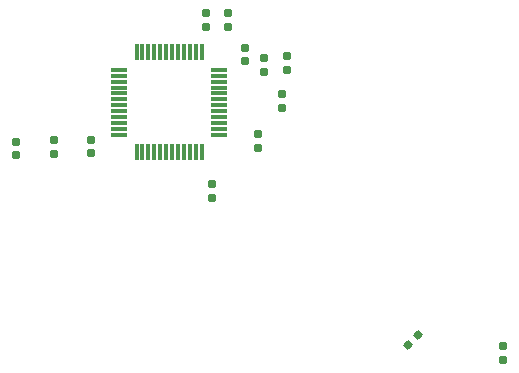
<source format=gbr>
%TF.GenerationSoftware,KiCad,Pcbnew,7.0.7*%
%TF.CreationDate,2023-11-25T23:50:18-06:00*%
%TF.ProjectId,DAC2DE0,44414332-4445-4302-9e6b-696361645f70,rev?*%
%TF.SameCoordinates,Original*%
%TF.FileFunction,Paste,Top*%
%TF.FilePolarity,Positive*%
%FSLAX46Y46*%
G04 Gerber Fmt 4.6, Leading zero omitted, Abs format (unit mm)*
G04 Created by KiCad (PCBNEW 7.0.7) date 2023-11-25 23:50:18*
%MOMM*%
%LPD*%
G01*
G04 APERTURE LIST*
G04 Aperture macros list*
%AMRoundRect*
0 Rectangle with rounded corners*
0 $1 Rounding radius*
0 $2 $3 $4 $5 $6 $7 $8 $9 X,Y pos of 4 corners*
0 Add a 4 corners polygon primitive as box body*
4,1,4,$2,$3,$4,$5,$6,$7,$8,$9,$2,$3,0*
0 Add four circle primitives for the rounded corners*
1,1,$1+$1,$2,$3*
1,1,$1+$1,$4,$5*
1,1,$1+$1,$6,$7*
1,1,$1+$1,$8,$9*
0 Add four rect primitives between the rounded corners*
20,1,$1+$1,$2,$3,$4,$5,0*
20,1,$1+$1,$4,$5,$6,$7,0*
20,1,$1+$1,$6,$7,$8,$9,0*
20,1,$1+$1,$8,$9,$2,$3,0*%
G04 Aperture macros list end*
%ADD10RoundRect,0.160000X0.026517X0.252791X-0.252791X-0.026517X-0.026517X-0.252791X0.252791X0.026517X0*%
%ADD11RoundRect,0.160000X-0.160000X0.197500X-0.160000X-0.197500X0.160000X-0.197500X0.160000X0.197500X0*%
%ADD12RoundRect,0.160000X0.160000X-0.197500X0.160000X0.197500X-0.160000X0.197500X-0.160000X-0.197500X0*%
%ADD13RoundRect,0.155000X-0.155000X0.212500X-0.155000X-0.212500X0.155000X-0.212500X0.155000X0.212500X0*%
%ADD14R,0.300000X1.475000*%
%ADD15R,1.475000X0.300000*%
G04 APERTURE END LIST*
D10*
%TO.C,R8*%
X211496496Y-117433504D03*
X210651504Y-118278496D03*
%TD*%
D11*
%TO.C,R7*%
X218694000Y-118376100D03*
X218694000Y-119571100D03*
%TD*%
%TO.C,R6*%
X194005200Y-104660100D03*
X194005200Y-105855100D03*
%TD*%
D12*
%TO.C,R5*%
X195427600Y-91427900D03*
X195427600Y-90232900D03*
%TD*%
D11*
%TO.C,R4*%
X193497200Y-90182100D03*
X193497200Y-91377100D03*
%TD*%
D12*
%TO.C,R3*%
X200406000Y-95034700D03*
X200406000Y-93839700D03*
%TD*%
D11*
%TO.C,R2*%
X199999600Y-97090900D03*
X199999600Y-98285900D03*
%TD*%
%TO.C,R1*%
X197916800Y-100443700D03*
X197916800Y-101638700D03*
%TD*%
D13*
%TO.C,C5*%
X177444400Y-101083300D03*
X177444400Y-102218300D03*
%TD*%
%TO.C,C4*%
X180695600Y-100981700D03*
X180695600Y-102116700D03*
%TD*%
%TO.C,C3*%
X183794400Y-100960200D03*
X183794400Y-102095200D03*
%TD*%
%TO.C,C2*%
X198424800Y-94022100D03*
X198424800Y-95157100D03*
%TD*%
%TO.C,C1*%
X196850000Y-93158500D03*
X196850000Y-94293500D03*
%TD*%
D14*
%TO.C,IC1*%
X187648400Y-93528600D03*
X188148400Y-93528600D03*
X188648400Y-93528600D03*
X189148400Y-93528600D03*
X189648400Y-93528600D03*
X190148400Y-93528600D03*
X190648400Y-93528600D03*
X191148400Y-93528600D03*
X191648400Y-93528600D03*
X192148400Y-93528600D03*
X192648400Y-93528600D03*
X193148400Y-93528600D03*
D15*
X194636400Y-95016600D03*
X194636400Y-95516600D03*
X194636400Y-96016600D03*
X194636400Y-96516600D03*
X194636400Y-97016600D03*
X194636400Y-97516600D03*
X194636400Y-98016600D03*
X194636400Y-98516600D03*
X194636400Y-99016600D03*
X194636400Y-99516600D03*
X194636400Y-100016600D03*
X194636400Y-100516600D03*
D14*
X193148400Y-102004600D03*
X192648400Y-102004600D03*
X192148400Y-102004600D03*
X191648400Y-102004600D03*
X191148400Y-102004600D03*
X190648400Y-102004600D03*
X190148400Y-102004600D03*
X189648400Y-102004600D03*
X189148400Y-102004600D03*
X188648400Y-102004600D03*
X188148400Y-102004600D03*
X187648400Y-102004600D03*
D15*
X186160400Y-100516600D03*
X186160400Y-100016600D03*
X186160400Y-99516600D03*
X186160400Y-99016600D03*
X186160400Y-98516600D03*
X186160400Y-98016600D03*
X186160400Y-97516600D03*
X186160400Y-97016600D03*
X186160400Y-96516600D03*
X186160400Y-96016600D03*
X186160400Y-95516600D03*
X186160400Y-95016600D03*
%TD*%
M02*

</source>
